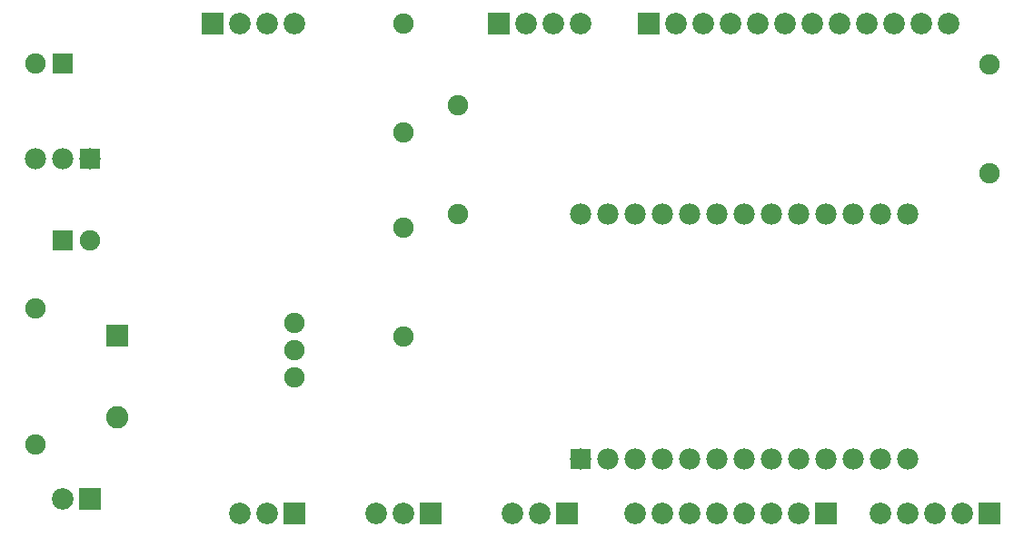
<source format=gtl>
G04 MADE WITH FRITZING*
G04 WWW.FRITZING.ORG*
G04 DOUBLE SIDED*
G04 HOLES PLATED*
G04 CONTOUR ON CENTER OF CONTOUR VECTOR*
%ASAXBY*%
%FSLAX23Y23*%
%MOIN*%
%OFA0B0*%
%SFA1.0B1.0*%
%ADD10C,0.078000*%
%ADD11C,0.075000*%
%ADD12C,0.082000*%
%ADD13C,0.079370*%
%ADD14C,0.075433*%
%ADD15R,0.078000X0.078000*%
%ADD16R,0.075000X0.075000*%
%ADD17R,0.082000X0.082000*%
%ADD18R,0.079370X0.079370*%
%LNCOPPER1*%
G90*
G70*
G54D10*
X371Y1586D03*
X271Y1586D03*
X171Y1586D03*
X2171Y484D03*
X2171Y1384D03*
X2271Y484D03*
X2271Y1384D03*
X2371Y484D03*
X2371Y1384D03*
X2471Y484D03*
X2471Y1384D03*
X2571Y484D03*
X2571Y1384D03*
X2671Y484D03*
X2671Y1384D03*
X2771Y484D03*
X2771Y1384D03*
X2871Y484D03*
X2871Y1384D03*
X2971Y484D03*
X2971Y1384D03*
X3071Y484D03*
X3071Y1384D03*
X3171Y484D03*
X3171Y1384D03*
X3271Y484D03*
X3271Y1384D03*
X3371Y484D03*
X3371Y1384D03*
G54D11*
X271Y1936D03*
X171Y1936D03*
G54D12*
X471Y936D03*
X471Y638D03*
G54D11*
X171Y536D03*
X171Y1036D03*
X271Y1286D03*
X371Y1286D03*
X1521Y2084D03*
X1521Y1684D03*
X3671Y1934D03*
X3671Y1534D03*
X1721Y1784D03*
X1721Y1384D03*
X1521Y1334D03*
X1521Y934D03*
G54D13*
X3671Y284D03*
X3571Y284D03*
X3471Y284D03*
X3371Y284D03*
X3271Y284D03*
X2121Y284D03*
X2021Y284D03*
X1921Y284D03*
X1871Y2084D03*
X1971Y2084D03*
X2071Y2084D03*
X2171Y2084D03*
X822Y2084D03*
X922Y2084D03*
X1022Y2084D03*
X1122Y2084D03*
X371Y336D03*
X271Y336D03*
X1621Y284D03*
X1521Y284D03*
X1421Y284D03*
X1121Y284D03*
X1021Y284D03*
X921Y284D03*
X3071Y284D03*
X2971Y284D03*
X2871Y284D03*
X2771Y284D03*
X2671Y284D03*
X2571Y284D03*
X2471Y284D03*
X2371Y284D03*
X2421Y2084D03*
X2521Y2084D03*
X2621Y2084D03*
X2721Y2084D03*
X2821Y2084D03*
X2921Y2084D03*
X3021Y2084D03*
X3121Y2084D03*
X3221Y2084D03*
X3321Y2084D03*
X3421Y2084D03*
X3521Y2084D03*
G54D14*
X1121Y984D03*
X1121Y884D03*
X1121Y784D03*
G54D15*
X371Y1586D03*
X2172Y485D03*
G54D16*
X271Y1936D03*
G54D17*
X471Y937D03*
G54D16*
X271Y1286D03*
G54D18*
X3671Y284D03*
X2121Y284D03*
X1871Y2084D03*
X822Y2084D03*
X371Y336D03*
X1621Y284D03*
X1121Y284D03*
X3071Y284D03*
X2421Y2084D03*
G04 End of Copper1*
M02*
</source>
